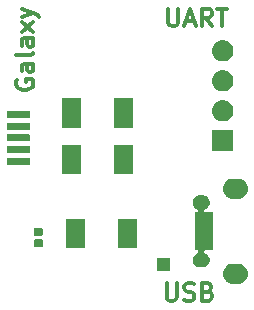
<source format=gts>
G04 #@! TF.GenerationSoftware,KiCad,Pcbnew,5.0.2+dfsg1-1*
G04 #@! TF.CreationDate,2019-03-31T19:45:05+02:00*
G04 #@! TF.ProjectId,gj-adapter,676a2d61-6461-4707-9465-722e6b696361,rev?*
G04 #@! TF.SameCoordinates,Original*
G04 #@! TF.FileFunction,Soldermask,Top*
G04 #@! TF.FilePolarity,Negative*
%FSLAX46Y46*%
G04 Gerber Fmt 4.6, Leading zero omitted, Abs format (unit mm)*
G04 Created by KiCad (PCBNEW 5.0.2+dfsg1-1) date dom 31 mar 2019 19:45:05 CEST*
%MOMM*%
%LPD*%
G01*
G04 APERTURE LIST*
%ADD10C,0.300000*%
%ADD11C,0.100000*%
G04 APERTURE END LIST*
D10*
X118249000Y-70861714D02*
X118177571Y-71004571D01*
X118177571Y-71218857D01*
X118249000Y-71433142D01*
X118391857Y-71576000D01*
X118534714Y-71647428D01*
X118820428Y-71718857D01*
X119034714Y-71718857D01*
X119320428Y-71647428D01*
X119463285Y-71576000D01*
X119606142Y-71433142D01*
X119677571Y-71218857D01*
X119677571Y-71076000D01*
X119606142Y-70861714D01*
X119534714Y-70790285D01*
X119034714Y-70790285D01*
X119034714Y-71076000D01*
X119677571Y-69504571D02*
X118891857Y-69504571D01*
X118749000Y-69576000D01*
X118677571Y-69718857D01*
X118677571Y-70004571D01*
X118749000Y-70147428D01*
X119606142Y-69504571D02*
X119677571Y-69647428D01*
X119677571Y-70004571D01*
X119606142Y-70147428D01*
X119463285Y-70218857D01*
X119320428Y-70218857D01*
X119177571Y-70147428D01*
X119106142Y-70004571D01*
X119106142Y-69647428D01*
X119034714Y-69504571D01*
X119677571Y-68576000D02*
X119606142Y-68718857D01*
X119463285Y-68790285D01*
X118177571Y-68790285D01*
X119677571Y-67361714D02*
X118891857Y-67361714D01*
X118749000Y-67433142D01*
X118677571Y-67576000D01*
X118677571Y-67861714D01*
X118749000Y-68004571D01*
X119606142Y-67361714D02*
X119677571Y-67504571D01*
X119677571Y-67861714D01*
X119606142Y-68004571D01*
X119463285Y-68076000D01*
X119320428Y-68076000D01*
X119177571Y-68004571D01*
X119106142Y-67861714D01*
X119106142Y-67504571D01*
X119034714Y-67361714D01*
X119677571Y-66790285D02*
X118677571Y-66004571D01*
X118677571Y-66790285D02*
X119677571Y-66004571D01*
X118677571Y-65576000D02*
X119677571Y-65218857D01*
X118677571Y-64861714D02*
X119677571Y-65218857D01*
X120034714Y-65361714D01*
X120106142Y-65433142D01*
X120177571Y-65576000D01*
X130949142Y-88078571D02*
X130949142Y-89292857D01*
X131020571Y-89435714D01*
X131092000Y-89507142D01*
X131234857Y-89578571D01*
X131520571Y-89578571D01*
X131663428Y-89507142D01*
X131734857Y-89435714D01*
X131806285Y-89292857D01*
X131806285Y-88078571D01*
X132449142Y-89507142D02*
X132663428Y-89578571D01*
X133020571Y-89578571D01*
X133163428Y-89507142D01*
X133234857Y-89435714D01*
X133306285Y-89292857D01*
X133306285Y-89150000D01*
X133234857Y-89007142D01*
X133163428Y-88935714D01*
X133020571Y-88864285D01*
X132734857Y-88792857D01*
X132592000Y-88721428D01*
X132520571Y-88650000D01*
X132449142Y-88507142D01*
X132449142Y-88364285D01*
X132520571Y-88221428D01*
X132592000Y-88150000D01*
X132734857Y-88078571D01*
X133092000Y-88078571D01*
X133306285Y-88150000D01*
X134449142Y-88792857D02*
X134663428Y-88864285D01*
X134734857Y-88935714D01*
X134806285Y-89078571D01*
X134806285Y-89292857D01*
X134734857Y-89435714D01*
X134663428Y-89507142D01*
X134520571Y-89578571D01*
X133949142Y-89578571D01*
X133949142Y-88078571D01*
X134449142Y-88078571D01*
X134592000Y-88150000D01*
X134663428Y-88221428D01*
X134734857Y-88364285D01*
X134734857Y-88507142D01*
X134663428Y-88650000D01*
X134592000Y-88721428D01*
X134449142Y-88792857D01*
X133949142Y-88792857D01*
X131084142Y-64837571D02*
X131084142Y-66051857D01*
X131155571Y-66194714D01*
X131227000Y-66266142D01*
X131369857Y-66337571D01*
X131655571Y-66337571D01*
X131798428Y-66266142D01*
X131869857Y-66194714D01*
X131941285Y-66051857D01*
X131941285Y-64837571D01*
X132584142Y-65909000D02*
X133298428Y-65909000D01*
X132441285Y-66337571D02*
X132941285Y-64837571D01*
X133441285Y-66337571D01*
X134798428Y-66337571D02*
X134298428Y-65623285D01*
X133941285Y-66337571D02*
X133941285Y-64837571D01*
X134512714Y-64837571D01*
X134655571Y-64909000D01*
X134727000Y-64980428D01*
X134798428Y-65123285D01*
X134798428Y-65337571D01*
X134727000Y-65480428D01*
X134655571Y-65551857D01*
X134512714Y-65623285D01*
X133941285Y-65623285D01*
X135227000Y-64837571D02*
X136084142Y-64837571D01*
X135655571Y-66337571D02*
X135655571Y-64837571D01*
D11*
G36*
X137093767Y-86432315D02*
X137135981Y-86436473D01*
X137213236Y-86459908D01*
X137298470Y-86485763D01*
X137448220Y-86565807D01*
X137579475Y-86673525D01*
X137687193Y-86804780D01*
X137767237Y-86954530D01*
X137816527Y-87117020D01*
X137833170Y-87286000D01*
X137816527Y-87454980D01*
X137767237Y-87617470D01*
X137687193Y-87767220D01*
X137579475Y-87898475D01*
X137448220Y-88006193D01*
X137298470Y-88086237D01*
X137217225Y-88110882D01*
X137135981Y-88135527D01*
X137093767Y-88139685D01*
X137009341Y-88148000D01*
X136548659Y-88148000D01*
X136464233Y-88139685D01*
X136422019Y-88135527D01*
X136340775Y-88110882D01*
X136259530Y-88086237D01*
X136109780Y-88006193D01*
X135978525Y-87898475D01*
X135870807Y-87767220D01*
X135790763Y-87617470D01*
X135741473Y-87454980D01*
X135724830Y-87286000D01*
X135741473Y-87117020D01*
X135790763Y-86954530D01*
X135870807Y-86804780D01*
X135978525Y-86673525D01*
X136109780Y-86565807D01*
X136259530Y-86485763D01*
X136344764Y-86459908D01*
X136422019Y-86436473D01*
X136464233Y-86432315D01*
X136548659Y-86424000D01*
X137009341Y-86424000D01*
X137093767Y-86432315D01*
X137093767Y-86432315D01*
G37*
G36*
X131234000Y-87038000D02*
X130132000Y-87038000D01*
X130132000Y-85936000D01*
X131234000Y-85936000D01*
X131234000Y-87038000D01*
X131234000Y-87038000D01*
G37*
G36*
X134101521Y-80645043D02*
X134219334Y-80680781D01*
X134327911Y-80738817D01*
X134423080Y-80816920D01*
X134501183Y-80912089D01*
X134559219Y-81020666D01*
X134594957Y-81138479D01*
X134607024Y-81261000D01*
X134594957Y-81383521D01*
X134559219Y-81501334D01*
X134501183Y-81609911D01*
X134423080Y-81705080D01*
X134327911Y-81783183D01*
X134219334Y-81841219D01*
X134218772Y-81841390D01*
X134196151Y-81850760D01*
X134175776Y-81864373D01*
X134158449Y-81881700D01*
X134144835Y-81902075D01*
X134135458Y-81924714D01*
X134130677Y-81948747D01*
X134130677Y-81973252D01*
X134135457Y-81997285D01*
X134144835Y-82019924D01*
X134158448Y-82040299D01*
X134175775Y-82057626D01*
X134196150Y-82071240D01*
X134218789Y-82080617D01*
X134242822Y-82085398D01*
X134255075Y-82086000D01*
X134879000Y-82086000D01*
X134879000Y-85286000D01*
X134255075Y-85286000D01*
X134230689Y-85288402D01*
X134207240Y-85295515D01*
X134185629Y-85307066D01*
X134166687Y-85322612D01*
X134151141Y-85341554D01*
X134139590Y-85363165D01*
X134132477Y-85386614D01*
X134130075Y-85411000D01*
X134132477Y-85435386D01*
X134139590Y-85458835D01*
X134151141Y-85480446D01*
X134166687Y-85499388D01*
X134185629Y-85514934D01*
X134207240Y-85526485D01*
X134218753Y-85530605D01*
X134219334Y-85530781D01*
X134327911Y-85588817D01*
X134423080Y-85666920D01*
X134501183Y-85762089D01*
X134559219Y-85870666D01*
X134594957Y-85988479D01*
X134607024Y-86111000D01*
X134594957Y-86233521D01*
X134559219Y-86351334D01*
X134501183Y-86459911D01*
X134423080Y-86555080D01*
X134327911Y-86633183D01*
X134219334Y-86691219D01*
X134101521Y-86726957D01*
X134009704Y-86736000D01*
X133748296Y-86736000D01*
X133656479Y-86726957D01*
X133538666Y-86691219D01*
X133430089Y-86633183D01*
X133334920Y-86555080D01*
X133256817Y-86459911D01*
X133198781Y-86351334D01*
X133163043Y-86233521D01*
X133150976Y-86111000D01*
X133163043Y-85988479D01*
X133198781Y-85870666D01*
X133256817Y-85762089D01*
X133334920Y-85666920D01*
X133430089Y-85588817D01*
X133538666Y-85530781D01*
X133539228Y-85530610D01*
X133561849Y-85521240D01*
X133582224Y-85507627D01*
X133599551Y-85490300D01*
X133613165Y-85469925D01*
X133622542Y-85447286D01*
X133627323Y-85423253D01*
X133627323Y-85398748D01*
X133622543Y-85374715D01*
X133613165Y-85352076D01*
X133599552Y-85331701D01*
X133582225Y-85314374D01*
X133561850Y-85300760D01*
X133539211Y-85291383D01*
X133515178Y-85286602D01*
X133502925Y-85286000D01*
X133329000Y-85286000D01*
X133329000Y-82086000D01*
X133502925Y-82086000D01*
X133527311Y-82083598D01*
X133550760Y-82076485D01*
X133572371Y-82064934D01*
X133591313Y-82049388D01*
X133606859Y-82030446D01*
X133618410Y-82008835D01*
X133625523Y-81985386D01*
X133627925Y-81961000D01*
X133625523Y-81936614D01*
X133618410Y-81913165D01*
X133606859Y-81891554D01*
X133591313Y-81872612D01*
X133572371Y-81857066D01*
X133550760Y-81845515D01*
X133539247Y-81841395D01*
X133538666Y-81841219D01*
X133430089Y-81783183D01*
X133334920Y-81705080D01*
X133256817Y-81609911D01*
X133198781Y-81501334D01*
X133163043Y-81383521D01*
X133150976Y-81261000D01*
X133163043Y-81138479D01*
X133198781Y-81020666D01*
X133256817Y-80912089D01*
X133334920Y-80816920D01*
X133430089Y-80738817D01*
X133538666Y-80680781D01*
X133656479Y-80645043D01*
X133748296Y-80636000D01*
X134009704Y-80636000D01*
X134101521Y-80645043D01*
X134101521Y-80645043D01*
G37*
G36*
X124026600Y-85147200D02*
X122474600Y-85147200D01*
X122474600Y-82645200D01*
X124026600Y-82645200D01*
X124026600Y-85147200D01*
X124026600Y-85147200D01*
G37*
G36*
X128426600Y-85147200D02*
X126874600Y-85147200D01*
X126874600Y-82645200D01*
X128426600Y-82645200D01*
X128426600Y-85147200D01*
X128426600Y-85147200D01*
G37*
G36*
X120373138Y-84370516D02*
X120393756Y-84376770D01*
X120412756Y-84386926D01*
X120429408Y-84400592D01*
X120443074Y-84417244D01*
X120453230Y-84436244D01*
X120459484Y-84456862D01*
X120462200Y-84484440D01*
X120462200Y-84943160D01*
X120459484Y-84970738D01*
X120453230Y-84991356D01*
X120443074Y-85010356D01*
X120429408Y-85027008D01*
X120412756Y-85040674D01*
X120393756Y-85050830D01*
X120373138Y-85057084D01*
X120345560Y-85059800D01*
X119836840Y-85059800D01*
X119809262Y-85057084D01*
X119788644Y-85050830D01*
X119769644Y-85040674D01*
X119752992Y-85027008D01*
X119739326Y-85010356D01*
X119729170Y-84991356D01*
X119722916Y-84970738D01*
X119720200Y-84943160D01*
X119720200Y-84484440D01*
X119722916Y-84456862D01*
X119729170Y-84436244D01*
X119739326Y-84417244D01*
X119752992Y-84400592D01*
X119769644Y-84386926D01*
X119788644Y-84376770D01*
X119809262Y-84370516D01*
X119836840Y-84367800D01*
X120345560Y-84367800D01*
X120373138Y-84370516D01*
X120373138Y-84370516D01*
G37*
G36*
X120373138Y-83400516D02*
X120393756Y-83406770D01*
X120412756Y-83416926D01*
X120429408Y-83430592D01*
X120443074Y-83447244D01*
X120453230Y-83466244D01*
X120459484Y-83486862D01*
X120462200Y-83514440D01*
X120462200Y-83973160D01*
X120459484Y-84000738D01*
X120453230Y-84021356D01*
X120443074Y-84040356D01*
X120429408Y-84057008D01*
X120412756Y-84070674D01*
X120393756Y-84080830D01*
X120373138Y-84087084D01*
X120345560Y-84089800D01*
X119836840Y-84089800D01*
X119809262Y-84087084D01*
X119788644Y-84080830D01*
X119769644Y-84070674D01*
X119752992Y-84057008D01*
X119739326Y-84040356D01*
X119729170Y-84021356D01*
X119722916Y-84000738D01*
X119720200Y-83973160D01*
X119720200Y-83514440D01*
X119722916Y-83486862D01*
X119729170Y-83466244D01*
X119739326Y-83447244D01*
X119752992Y-83430592D01*
X119769644Y-83416926D01*
X119788644Y-83406770D01*
X119809262Y-83400516D01*
X119836840Y-83397800D01*
X120345560Y-83397800D01*
X120373138Y-83400516D01*
X120373138Y-83400516D01*
G37*
G36*
X137093767Y-79232315D02*
X137135981Y-79236473D01*
X137217225Y-79261118D01*
X137298470Y-79285763D01*
X137448220Y-79365807D01*
X137579475Y-79473525D01*
X137687193Y-79604780D01*
X137767237Y-79754530D01*
X137816527Y-79917020D01*
X137833170Y-80086000D01*
X137816527Y-80254980D01*
X137767237Y-80417470D01*
X137687193Y-80567220D01*
X137579475Y-80698475D01*
X137448220Y-80806193D01*
X137298470Y-80886237D01*
X137217225Y-80910882D01*
X137135981Y-80935527D01*
X137093767Y-80939685D01*
X137009341Y-80948000D01*
X136548659Y-80948000D01*
X136464233Y-80939685D01*
X136422019Y-80935527D01*
X136340775Y-80910882D01*
X136259530Y-80886237D01*
X136109780Y-80806193D01*
X135978525Y-80698475D01*
X135870807Y-80567220D01*
X135790763Y-80417470D01*
X135741473Y-80254980D01*
X135724830Y-80086000D01*
X135741473Y-79917020D01*
X135790763Y-79754530D01*
X135870807Y-79604780D01*
X135978525Y-79473525D01*
X136109780Y-79365807D01*
X136259530Y-79285763D01*
X136340775Y-79261118D01*
X136422019Y-79236473D01*
X136464233Y-79232315D01*
X136548659Y-79224000D01*
X137009341Y-79224000D01*
X137093767Y-79232315D01*
X137093767Y-79232315D01*
G37*
G36*
X128071000Y-78848000D02*
X126519000Y-78848000D01*
X126519000Y-76346000D01*
X128071000Y-76346000D01*
X128071000Y-78848000D01*
X128071000Y-78848000D01*
G37*
G36*
X123671000Y-78848000D02*
X122119000Y-78848000D01*
X122119000Y-76346000D01*
X123671000Y-76346000D01*
X123671000Y-78848000D01*
X123671000Y-78848000D01*
G37*
G36*
X119324399Y-77486737D02*
X119334011Y-77489653D01*
X119342869Y-77494388D01*
X119350637Y-77500763D01*
X119357012Y-77508531D01*
X119361747Y-77517389D01*
X119364663Y-77527001D01*
X119366252Y-77543140D01*
X119366252Y-78030860D01*
X119364663Y-78046999D01*
X119361747Y-78056611D01*
X119357012Y-78065469D01*
X119350637Y-78073237D01*
X119342869Y-78079612D01*
X119334011Y-78084347D01*
X119324399Y-78087263D01*
X119308260Y-78088852D01*
X117470540Y-78088852D01*
X117454401Y-78087263D01*
X117444789Y-78084347D01*
X117435931Y-78079612D01*
X117428163Y-78073237D01*
X117421788Y-78065469D01*
X117417053Y-78056611D01*
X117414137Y-78046999D01*
X117412548Y-78030860D01*
X117412548Y-77543140D01*
X117414137Y-77527001D01*
X117417053Y-77517389D01*
X117421788Y-77508531D01*
X117428163Y-77500763D01*
X117435931Y-77494388D01*
X117444789Y-77489653D01*
X117454401Y-77486737D01*
X117470540Y-77485148D01*
X119308260Y-77485148D01*
X119324399Y-77486737D01*
X119324399Y-77486737D01*
G37*
G36*
X119324399Y-76486737D02*
X119334011Y-76489653D01*
X119342869Y-76494388D01*
X119350637Y-76500763D01*
X119357012Y-76508531D01*
X119361747Y-76517389D01*
X119364663Y-76527001D01*
X119366252Y-76543140D01*
X119366252Y-77030860D01*
X119364663Y-77046999D01*
X119361747Y-77056611D01*
X119357012Y-77065469D01*
X119350637Y-77073237D01*
X119342869Y-77079612D01*
X119334011Y-77084347D01*
X119324399Y-77087263D01*
X119308260Y-77088852D01*
X117470540Y-77088852D01*
X117454401Y-77087263D01*
X117444789Y-77084347D01*
X117435931Y-77079612D01*
X117428163Y-77073237D01*
X117421788Y-77065469D01*
X117417053Y-77056611D01*
X117414137Y-77046999D01*
X117412548Y-77030860D01*
X117412548Y-76543140D01*
X117414137Y-76527001D01*
X117417053Y-76517389D01*
X117421788Y-76508531D01*
X117428163Y-76500763D01*
X117435931Y-76494388D01*
X117444789Y-76489653D01*
X117454401Y-76486737D01*
X117470540Y-76485148D01*
X119308260Y-76485148D01*
X119324399Y-76486737D01*
X119324399Y-76486737D01*
G37*
G36*
X136613200Y-76923200D02*
X134811200Y-76923200D01*
X134811200Y-75121200D01*
X136613200Y-75121200D01*
X136613200Y-76923200D01*
X136613200Y-76923200D01*
G37*
G36*
X119324399Y-75486737D02*
X119334011Y-75489653D01*
X119342869Y-75494388D01*
X119350637Y-75500763D01*
X119357012Y-75508531D01*
X119361747Y-75517389D01*
X119364663Y-75527001D01*
X119366252Y-75543140D01*
X119366252Y-76030860D01*
X119364663Y-76046999D01*
X119361747Y-76056611D01*
X119357012Y-76065469D01*
X119350637Y-76073237D01*
X119342869Y-76079612D01*
X119334011Y-76084347D01*
X119324399Y-76087263D01*
X119308260Y-76088852D01*
X117470540Y-76088852D01*
X117454401Y-76087263D01*
X117444789Y-76084347D01*
X117435931Y-76079612D01*
X117428163Y-76073237D01*
X117421788Y-76065469D01*
X117417053Y-76056611D01*
X117414137Y-76046999D01*
X117412548Y-76030860D01*
X117412548Y-75543140D01*
X117414137Y-75527001D01*
X117417053Y-75517389D01*
X117421788Y-75508531D01*
X117428163Y-75500763D01*
X117435931Y-75494388D01*
X117444789Y-75489653D01*
X117454401Y-75486737D01*
X117470540Y-75485148D01*
X119308260Y-75485148D01*
X119324399Y-75486737D01*
X119324399Y-75486737D01*
G37*
G36*
X119324399Y-74486737D02*
X119334011Y-74489653D01*
X119342869Y-74494388D01*
X119350637Y-74500763D01*
X119357012Y-74508531D01*
X119361747Y-74517389D01*
X119364663Y-74527001D01*
X119366252Y-74543140D01*
X119366252Y-75030860D01*
X119364663Y-75046999D01*
X119361747Y-75056611D01*
X119357012Y-75065469D01*
X119350637Y-75073237D01*
X119342869Y-75079612D01*
X119334011Y-75084347D01*
X119324399Y-75087263D01*
X119308260Y-75088852D01*
X117470540Y-75088852D01*
X117454401Y-75087263D01*
X117444789Y-75084347D01*
X117435931Y-75079612D01*
X117428163Y-75073237D01*
X117421788Y-75065469D01*
X117417053Y-75056611D01*
X117414137Y-75046999D01*
X117412548Y-75030860D01*
X117412548Y-74543140D01*
X117414137Y-74527001D01*
X117417053Y-74517389D01*
X117421788Y-74508531D01*
X117428163Y-74500763D01*
X117435931Y-74494388D01*
X117444789Y-74489653D01*
X117454401Y-74486737D01*
X117470540Y-74485148D01*
X119308260Y-74485148D01*
X119324399Y-74486737D01*
X119324399Y-74486737D01*
G37*
G36*
X123671000Y-74911000D02*
X122119000Y-74911000D01*
X122119000Y-72409000D01*
X123671000Y-72409000D01*
X123671000Y-74911000D01*
X123671000Y-74911000D01*
G37*
G36*
X128071000Y-74911000D02*
X126519000Y-74911000D01*
X126519000Y-72409000D01*
X128071000Y-72409000D01*
X128071000Y-74911000D01*
X128071000Y-74911000D01*
G37*
G36*
X135822643Y-72587719D02*
X135888827Y-72594237D01*
X136002053Y-72628584D01*
X136058667Y-72645757D01*
X136197287Y-72719852D01*
X136215191Y-72729422D01*
X136250929Y-72758752D01*
X136352386Y-72842014D01*
X136435648Y-72943471D01*
X136464978Y-72979209D01*
X136464979Y-72979211D01*
X136548643Y-73135733D01*
X136548643Y-73135734D01*
X136600163Y-73305573D01*
X136617559Y-73482200D01*
X136600163Y-73658827D01*
X136584943Y-73709000D01*
X136548643Y-73828667D01*
X136474548Y-73967287D01*
X136464978Y-73985191D01*
X136435648Y-74020929D01*
X136352386Y-74122386D01*
X136250929Y-74205648D01*
X136215191Y-74234978D01*
X136215189Y-74234979D01*
X136058667Y-74318643D01*
X136002053Y-74335816D01*
X135888827Y-74370163D01*
X135822643Y-74376681D01*
X135756460Y-74383200D01*
X135667940Y-74383200D01*
X135601757Y-74376681D01*
X135535573Y-74370163D01*
X135422347Y-74335816D01*
X135365733Y-74318643D01*
X135209211Y-74234979D01*
X135209209Y-74234978D01*
X135173471Y-74205648D01*
X135072014Y-74122386D01*
X134988752Y-74020929D01*
X134959422Y-73985191D01*
X134949852Y-73967287D01*
X134875757Y-73828667D01*
X134839457Y-73709000D01*
X134824237Y-73658827D01*
X134806841Y-73482200D01*
X134824237Y-73305573D01*
X134875757Y-73135734D01*
X134875757Y-73135733D01*
X134959421Y-72979211D01*
X134959422Y-72979209D01*
X134988752Y-72943471D01*
X135072014Y-72842014D01*
X135173471Y-72758752D01*
X135209209Y-72729422D01*
X135227113Y-72719852D01*
X135365733Y-72645757D01*
X135422347Y-72628584D01*
X135535573Y-72594237D01*
X135601757Y-72587719D01*
X135667940Y-72581200D01*
X135756460Y-72581200D01*
X135822643Y-72587719D01*
X135822643Y-72587719D01*
G37*
G36*
X119324399Y-73486737D02*
X119334011Y-73489653D01*
X119342869Y-73494388D01*
X119350637Y-73500763D01*
X119357012Y-73508531D01*
X119361747Y-73517389D01*
X119364663Y-73527001D01*
X119366252Y-73543140D01*
X119366252Y-74030860D01*
X119364663Y-74046999D01*
X119361747Y-74056611D01*
X119357012Y-74065469D01*
X119350637Y-74073237D01*
X119342869Y-74079612D01*
X119334011Y-74084347D01*
X119324399Y-74087263D01*
X119308260Y-74088852D01*
X117470540Y-74088852D01*
X117454401Y-74087263D01*
X117444789Y-74084347D01*
X117435931Y-74079612D01*
X117428163Y-74073237D01*
X117421788Y-74065469D01*
X117417053Y-74056611D01*
X117414137Y-74046999D01*
X117412548Y-74030860D01*
X117412548Y-73543140D01*
X117414137Y-73527001D01*
X117417053Y-73517389D01*
X117421788Y-73508531D01*
X117428163Y-73500763D01*
X117435931Y-73494388D01*
X117444789Y-73489653D01*
X117454401Y-73486737D01*
X117470540Y-73485148D01*
X119308260Y-73485148D01*
X119324399Y-73486737D01*
X119324399Y-73486737D01*
G37*
G36*
X135822643Y-70047719D02*
X135888827Y-70054237D01*
X136002053Y-70088584D01*
X136058667Y-70105757D01*
X136197287Y-70179852D01*
X136215191Y-70189422D01*
X136250929Y-70218752D01*
X136352386Y-70302014D01*
X136435648Y-70403471D01*
X136464978Y-70439209D01*
X136464979Y-70439211D01*
X136548643Y-70595733D01*
X136548643Y-70595734D01*
X136600163Y-70765573D01*
X136617559Y-70942200D01*
X136600163Y-71118827D01*
X136565816Y-71232053D01*
X136548643Y-71288667D01*
X136474548Y-71427287D01*
X136464978Y-71445191D01*
X136435648Y-71480929D01*
X136352386Y-71582386D01*
X136250929Y-71665648D01*
X136215191Y-71694978D01*
X136215189Y-71694979D01*
X136058667Y-71778643D01*
X136002053Y-71795816D01*
X135888827Y-71830163D01*
X135822642Y-71836682D01*
X135756460Y-71843200D01*
X135667940Y-71843200D01*
X135601758Y-71836682D01*
X135535573Y-71830163D01*
X135422347Y-71795816D01*
X135365733Y-71778643D01*
X135209211Y-71694979D01*
X135209209Y-71694978D01*
X135173471Y-71665648D01*
X135072014Y-71582386D01*
X134988752Y-71480929D01*
X134959422Y-71445191D01*
X134949852Y-71427287D01*
X134875757Y-71288667D01*
X134858584Y-71232053D01*
X134824237Y-71118827D01*
X134806841Y-70942200D01*
X134824237Y-70765573D01*
X134875757Y-70595734D01*
X134875757Y-70595733D01*
X134959421Y-70439211D01*
X134959422Y-70439209D01*
X134988752Y-70403471D01*
X135072014Y-70302014D01*
X135173471Y-70218752D01*
X135209209Y-70189422D01*
X135227113Y-70179852D01*
X135365733Y-70105757D01*
X135422347Y-70088584D01*
X135535573Y-70054237D01*
X135601757Y-70047719D01*
X135667940Y-70041200D01*
X135756460Y-70041200D01*
X135822643Y-70047719D01*
X135822643Y-70047719D01*
G37*
G36*
X135822642Y-67507718D02*
X135888827Y-67514237D01*
X136002053Y-67548584D01*
X136058667Y-67565757D01*
X136197287Y-67639852D01*
X136215191Y-67649422D01*
X136250929Y-67678752D01*
X136352386Y-67762014D01*
X136435648Y-67863471D01*
X136464978Y-67899209D01*
X136464979Y-67899211D01*
X136548643Y-68055733D01*
X136548643Y-68055734D01*
X136600163Y-68225573D01*
X136617559Y-68402200D01*
X136600163Y-68578827D01*
X136565816Y-68692053D01*
X136548643Y-68748667D01*
X136474548Y-68887287D01*
X136464978Y-68905191D01*
X136435648Y-68940929D01*
X136352386Y-69042386D01*
X136250929Y-69125648D01*
X136215191Y-69154978D01*
X136215189Y-69154979D01*
X136058667Y-69238643D01*
X136002053Y-69255816D01*
X135888827Y-69290163D01*
X135822642Y-69296682D01*
X135756460Y-69303200D01*
X135667940Y-69303200D01*
X135601758Y-69296682D01*
X135535573Y-69290163D01*
X135422347Y-69255816D01*
X135365733Y-69238643D01*
X135209211Y-69154979D01*
X135209209Y-69154978D01*
X135173471Y-69125648D01*
X135072014Y-69042386D01*
X134988752Y-68940929D01*
X134959422Y-68905191D01*
X134949852Y-68887287D01*
X134875757Y-68748667D01*
X134858584Y-68692053D01*
X134824237Y-68578827D01*
X134806841Y-68402200D01*
X134824237Y-68225573D01*
X134875757Y-68055734D01*
X134875757Y-68055733D01*
X134959421Y-67899211D01*
X134959422Y-67899209D01*
X134988752Y-67863471D01*
X135072014Y-67762014D01*
X135173471Y-67678752D01*
X135209209Y-67649422D01*
X135227113Y-67639852D01*
X135365733Y-67565757D01*
X135422347Y-67548584D01*
X135535573Y-67514237D01*
X135601758Y-67507718D01*
X135667940Y-67501200D01*
X135756460Y-67501200D01*
X135822642Y-67507718D01*
X135822642Y-67507718D01*
G37*
M02*

</source>
